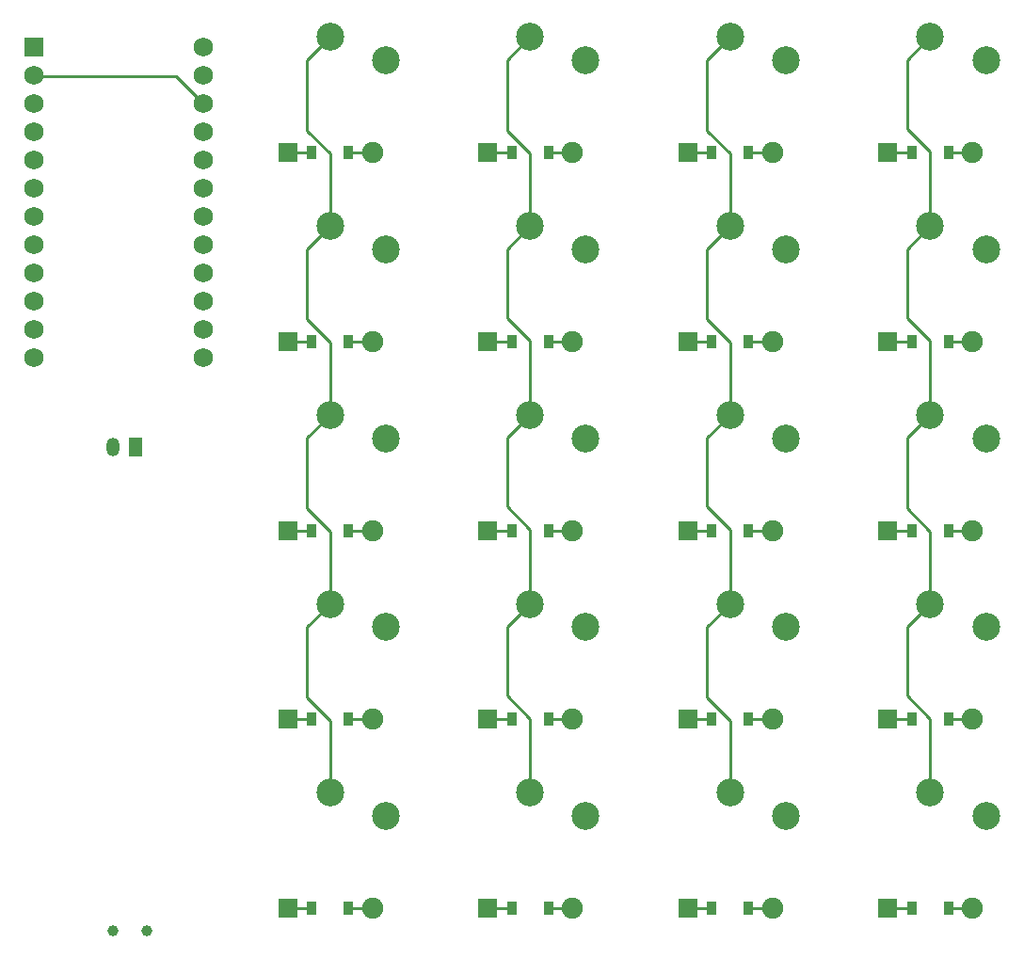
<source format=gbr>
%TF.GenerationSoftware,KiCad,Pcbnew,(6.0.4)*%
%TF.CreationDate,2022-07-18T01:28:08-04:00*%
%TF.ProjectId,lisa,6c697361-2e6b-4696-9361-645f70636258,v1.0.0*%
%TF.SameCoordinates,Original*%
%TF.FileFunction,Copper,L2,Bot*%
%TF.FilePolarity,Positive*%
%FSLAX46Y46*%
G04 Gerber Fmt 4.6, Leading zero omitted, Abs format (unit mm)*
G04 Created by KiCad (PCBNEW (6.0.4)) date 2022-07-18 01:28:08*
%MOMM*%
%LPD*%
G01*
G04 APERTURE LIST*
%TA.AperFunction,ComponentPad*%
%ADD10C,2.500000*%
%TD*%
%TA.AperFunction,SMDPad,CuDef*%
%ADD11R,0.900000X1.200000*%
%TD*%
%TA.AperFunction,ComponentPad*%
%ADD12C,1.905000*%
%TD*%
%TA.AperFunction,ComponentPad*%
%ADD13R,1.778000X1.778000*%
%TD*%
%TA.AperFunction,ComponentPad*%
%ADD14R,1.752600X1.752600*%
%TD*%
%TA.AperFunction,ComponentPad*%
%ADD15C,1.752600*%
%TD*%
%TA.AperFunction,WasherPad*%
%ADD16C,1.000000*%
%TD*%
%TA.AperFunction,ComponentPad*%
%ADD17R,1.200000X1.700000*%
%TD*%
%TA.AperFunction,ComponentPad*%
%ADD18O,1.200000X1.700000*%
%TD*%
%TA.AperFunction,Conductor*%
%ADD19C,0.250000*%
%TD*%
G04 APERTURE END LIST*
D10*
%TO.P,S1,1*%
%TO.N,one_first*%
X5000000Y3800000D03*
%TO.P,S1,2*%
%TO.N,E6*%
X0Y5900000D03*
%TD*%
D11*
%TO.P,D1,1*%
%TO.N,B4*%
X-1650000Y-4500000D03*
%TO.P,D1,2*%
%TO.N,one_first*%
X1650000Y-4500000D03*
D12*
%TO.P,D1,1*%
X3810000Y-4500000D03*
D13*
%TO.P,D1,2*%
%TO.N,B4*%
X-3810000Y-4500000D03*
%TD*%
D10*
%TO.P,S2,1*%
%TO.N,one_second*%
X5000000Y20800000D03*
%TO.P,S2,2*%
%TO.N,E6*%
X0Y22900000D03*
%TD*%
D11*
%TO.P,D2,1*%
%TO.N,D0*%
X-1650000Y12500000D03*
%TO.P,D2,2*%
%TO.N,one_second*%
X1650000Y12500000D03*
D12*
%TO.P,D2,1*%
X3810000Y12500000D03*
D13*
%TO.P,D2,2*%
%TO.N,D0*%
X-3810000Y12500000D03*
%TD*%
D10*
%TO.P,S3,1*%
%TO.N,one_third*%
X5000000Y37800000D03*
%TO.P,S3,2*%
%TO.N,E6*%
X0Y39900000D03*
%TD*%
D11*
%TO.P,D3,1*%
%TO.N,D1*%
X-1650000Y29500000D03*
%TO.P,D3,2*%
%TO.N,one_third*%
X1650000Y29500000D03*
D12*
%TO.P,D3,1*%
X3810000Y29500000D03*
D13*
%TO.P,D3,2*%
%TO.N,D1*%
X-3810000Y29500000D03*
%TD*%
D10*
%TO.P,S4,1*%
%TO.N,one_fourth*%
X5000000Y54800000D03*
%TO.P,S4,2*%
%TO.N,E6*%
X0Y56900000D03*
%TD*%
D11*
%TO.P,D4,1*%
%TO.N,D2*%
X-1650000Y46500000D03*
%TO.P,D4,2*%
%TO.N,one_fourth*%
X1650000Y46500000D03*
D12*
%TO.P,D4,1*%
X3810000Y46500000D03*
D13*
%TO.P,D4,2*%
%TO.N,D2*%
X-3810000Y46500000D03*
%TD*%
D10*
%TO.P,S5,1*%
%TO.N,one_fifth*%
X5000000Y71800000D03*
%TO.P,S5,2*%
%TO.N,E6*%
X0Y73900000D03*
%TD*%
D11*
%TO.P,D5,1*%
%TO.N,D3*%
X-1650000Y63500000D03*
%TO.P,D5,2*%
%TO.N,one_fifth*%
X1650000Y63500000D03*
D12*
%TO.P,D5,1*%
X3810000Y63500000D03*
D13*
%TO.P,D5,2*%
%TO.N,D3*%
X-3810000Y63500000D03*
%TD*%
D10*
%TO.P,S6,1*%
%TO.N,two_first*%
X23000000Y3800000D03*
%TO.P,S6,2*%
%TO.N,D7*%
X18000000Y5900000D03*
%TD*%
D11*
%TO.P,D6,1*%
%TO.N,B4*%
X16350000Y-4500000D03*
%TO.P,D6,2*%
%TO.N,two_first*%
X19650000Y-4500000D03*
D12*
%TO.P,D6,1*%
X21810000Y-4500000D03*
D13*
%TO.P,D6,2*%
%TO.N,B4*%
X14190000Y-4500000D03*
%TD*%
D10*
%TO.P,S7,1*%
%TO.N,two_second*%
X23000000Y20800000D03*
%TO.P,S7,2*%
%TO.N,D7*%
X18000000Y22900000D03*
%TD*%
D11*
%TO.P,D7,1*%
%TO.N,D0*%
X16350000Y12500000D03*
%TO.P,D7,2*%
%TO.N,two_second*%
X19650000Y12500000D03*
D12*
%TO.P,D7,1*%
X21810000Y12500000D03*
D13*
%TO.P,D7,2*%
%TO.N,D0*%
X14190000Y12500000D03*
%TD*%
D10*
%TO.P,S8,1*%
%TO.N,two_third*%
X23000000Y37800000D03*
%TO.P,S8,2*%
%TO.N,D7*%
X18000000Y39900000D03*
%TD*%
D11*
%TO.P,D8,1*%
%TO.N,D1*%
X16350000Y29500000D03*
%TO.P,D8,2*%
%TO.N,two_third*%
X19650000Y29500000D03*
D12*
%TO.P,D8,1*%
X21810000Y29500000D03*
D13*
%TO.P,D8,2*%
%TO.N,D1*%
X14190000Y29500000D03*
%TD*%
D10*
%TO.P,S9,1*%
%TO.N,two_fourth*%
X23000000Y54800000D03*
%TO.P,S9,2*%
%TO.N,D7*%
X18000000Y56900000D03*
%TD*%
D11*
%TO.P,D9,1*%
%TO.N,D2*%
X16350000Y46500000D03*
%TO.P,D9,2*%
%TO.N,two_fourth*%
X19650000Y46500000D03*
D12*
%TO.P,D9,1*%
X21810000Y46500000D03*
D13*
%TO.P,D9,2*%
%TO.N,D2*%
X14190000Y46500000D03*
%TD*%
D10*
%TO.P,S10,1*%
%TO.N,two_fifth*%
X23000000Y71800000D03*
%TO.P,S10,2*%
%TO.N,D7*%
X18000000Y73900000D03*
%TD*%
D11*
%TO.P,D10,1*%
%TO.N,D3*%
X16350000Y63500000D03*
%TO.P,D10,2*%
%TO.N,two_fifth*%
X19650000Y63500000D03*
D12*
%TO.P,D10,1*%
X21810000Y63500000D03*
D13*
%TO.P,D10,2*%
%TO.N,D3*%
X14190000Y63500000D03*
%TD*%
D10*
%TO.P,S11,1*%
%TO.N,three_first*%
X41000000Y3800000D03*
%TO.P,S11,2*%
%TO.N,C6*%
X36000000Y5900000D03*
%TD*%
D11*
%TO.P,D11,1*%
%TO.N,B4*%
X34350000Y-4500000D03*
%TO.P,D11,2*%
%TO.N,three_first*%
X37650000Y-4500000D03*
D12*
%TO.P,D11,1*%
X39810000Y-4500000D03*
D13*
%TO.P,D11,2*%
%TO.N,B4*%
X32190000Y-4500000D03*
%TD*%
D10*
%TO.P,S12,1*%
%TO.N,three_second*%
X41000000Y20800000D03*
%TO.P,S12,2*%
%TO.N,C6*%
X36000000Y22900000D03*
%TD*%
D11*
%TO.P,D12,1*%
%TO.N,D0*%
X34350000Y12500000D03*
%TO.P,D12,2*%
%TO.N,three_second*%
X37650000Y12500000D03*
D12*
%TO.P,D12,1*%
X39810000Y12500000D03*
D13*
%TO.P,D12,2*%
%TO.N,D0*%
X32190000Y12500000D03*
%TD*%
D10*
%TO.P,S13,1*%
%TO.N,three_third*%
X41000000Y37800000D03*
%TO.P,S13,2*%
%TO.N,C6*%
X36000000Y39900000D03*
%TD*%
D11*
%TO.P,D13,1*%
%TO.N,D1*%
X34350000Y29500000D03*
%TO.P,D13,2*%
%TO.N,three_third*%
X37650000Y29500000D03*
D12*
%TO.P,D13,1*%
X39810000Y29500000D03*
D13*
%TO.P,D13,2*%
%TO.N,D1*%
X32190000Y29500000D03*
%TD*%
D10*
%TO.P,S14,1*%
%TO.N,three_fourth*%
X41000000Y54800000D03*
%TO.P,S14,2*%
%TO.N,C6*%
X36000000Y56900000D03*
%TD*%
D11*
%TO.P,D14,1*%
%TO.N,D2*%
X34350000Y46500000D03*
%TO.P,D14,2*%
%TO.N,three_fourth*%
X37650000Y46500000D03*
D12*
%TO.P,D14,1*%
X39810000Y46500000D03*
D13*
%TO.P,D14,2*%
%TO.N,D2*%
X32190000Y46500000D03*
%TD*%
D10*
%TO.P,S15,1*%
%TO.N,three_fifth*%
X41000000Y71800000D03*
%TO.P,S15,2*%
%TO.N,C6*%
X36000000Y73900000D03*
%TD*%
D11*
%TO.P,D15,1*%
%TO.N,D3*%
X34350000Y63500000D03*
%TO.P,D15,2*%
%TO.N,three_fifth*%
X37650000Y63500000D03*
D12*
%TO.P,D15,1*%
X39810000Y63500000D03*
D13*
%TO.P,D15,2*%
%TO.N,D3*%
X32190000Y63500000D03*
%TD*%
D10*
%TO.P,S16,1*%
%TO.N,four_first*%
X59000000Y3800000D03*
%TO.P,S16,2*%
%TO.N,D4*%
X54000000Y5900000D03*
%TD*%
D11*
%TO.P,D16,1*%
%TO.N,B4*%
X52350000Y-4500000D03*
%TO.P,D16,2*%
%TO.N,four_first*%
X55650000Y-4500000D03*
D12*
%TO.P,D16,1*%
X57810000Y-4500000D03*
D13*
%TO.P,D16,2*%
%TO.N,B4*%
X50190000Y-4500000D03*
%TD*%
D10*
%TO.P,S17,1*%
%TO.N,four_second*%
X59000000Y20800000D03*
%TO.P,S17,2*%
%TO.N,D4*%
X54000000Y22900000D03*
%TD*%
D11*
%TO.P,D17,1*%
%TO.N,D0*%
X52350000Y12500000D03*
%TO.P,D17,2*%
%TO.N,four_second*%
X55650000Y12500000D03*
D12*
%TO.P,D17,1*%
X57810000Y12500000D03*
D13*
%TO.P,D17,2*%
%TO.N,D0*%
X50190000Y12500000D03*
%TD*%
D10*
%TO.P,S18,1*%
%TO.N,four_third*%
X59000000Y37800000D03*
%TO.P,S18,2*%
%TO.N,D4*%
X54000000Y39900000D03*
%TD*%
D11*
%TO.P,D18,1*%
%TO.N,D1*%
X52350000Y29500000D03*
%TO.P,D18,2*%
%TO.N,four_third*%
X55650000Y29500000D03*
D12*
%TO.P,D18,1*%
X57810000Y29500000D03*
D13*
%TO.P,D18,2*%
%TO.N,D1*%
X50190000Y29500000D03*
%TD*%
D10*
%TO.P,S19,1*%
%TO.N,four_fourth*%
X59000000Y54800000D03*
%TO.P,S19,2*%
%TO.N,D4*%
X54000000Y56900000D03*
%TD*%
D11*
%TO.P,D19,1*%
%TO.N,D2*%
X52350000Y46500000D03*
%TO.P,D19,2*%
%TO.N,four_fourth*%
X55650000Y46500000D03*
D12*
%TO.P,D19,1*%
X57810000Y46500000D03*
D13*
%TO.P,D19,2*%
%TO.N,D2*%
X50190000Y46500000D03*
%TD*%
D10*
%TO.P,S20,1*%
%TO.N,four_fifth*%
X59000000Y71800000D03*
%TO.P,S20,2*%
%TO.N,D4*%
X54000000Y73900000D03*
%TD*%
D11*
%TO.P,D20,1*%
%TO.N,D3*%
X52350000Y63500000D03*
%TO.P,D20,2*%
%TO.N,four_fifth*%
X55650000Y63500000D03*
D12*
%TO.P,D20,1*%
X57810000Y63500000D03*
D13*
%TO.P,D20,2*%
%TO.N,D3*%
X50190000Y63500000D03*
%TD*%
D14*
%TO.P,MCU1,1*%
%TO.N,RAW*%
X-26620000Y72970000D03*
D15*
%TO.P,MCU1,2*%
%TO.N,GND*%
X-26620000Y70430000D03*
%TO.P,MCU1,3*%
%TO.N,RST*%
X-26620000Y67890000D03*
%TO.P,MCU1,4*%
%TO.N,VCC*%
X-26620000Y65350000D03*
%TO.P,MCU1,5*%
%TO.N,F4*%
X-26620000Y62810000D03*
%TO.P,MCU1,6*%
%TO.N,F5*%
X-26620000Y60270000D03*
%TO.P,MCU1,7*%
%TO.N,F6*%
X-26620000Y57730000D03*
%TO.P,MCU1,8*%
%TO.N,F7*%
X-26620000Y55190000D03*
%TO.P,MCU1,9*%
%TO.N,B1*%
X-26620000Y52650000D03*
%TO.P,MCU1,10*%
%TO.N,B3*%
X-26620000Y50110000D03*
%TO.P,MCU1,11*%
%TO.N,B2*%
X-26620000Y47570000D03*
%TO.P,MCU1,12*%
%TO.N,B6*%
X-26620000Y45030000D03*
%TO.P,MCU1,13*%
%TO.N,D3*%
X-11380000Y72970000D03*
%TO.P,MCU1,14*%
%TO.N,D2*%
X-11380000Y70430000D03*
%TO.P,MCU1,15*%
%TO.N,GND*%
X-11380000Y67890000D03*
%TO.P,MCU1,16*%
X-11380000Y65350000D03*
%TO.P,MCU1,17*%
%TO.N,D1*%
X-11380000Y62810000D03*
%TO.P,MCU1,18*%
%TO.N,D0*%
X-11380000Y60270000D03*
%TO.P,MCU1,19*%
%TO.N,D4*%
X-11380000Y57730000D03*
%TO.P,MCU1,20*%
%TO.N,C6*%
X-11380000Y55190000D03*
%TO.P,MCU1,21*%
%TO.N,D7*%
X-11380000Y52650000D03*
%TO.P,MCU1,22*%
%TO.N,E6*%
X-11380000Y50110000D03*
%TO.P,MCU1,23*%
%TO.N,B4*%
X-11380000Y47570000D03*
%TO.P,MCU1,24*%
%TO.N,B5*%
X-11380000Y45030000D03*
%TD*%
D16*
%TO.P,T1,*%
%TO.N,*%
X-19500000Y-6500000D03*
X-16500000Y-6500000D03*
%TD*%
D17*
%TO.P,JST1,1*%
%TO.N,BAT*%
X-17500000Y37000000D03*
D18*
%TO.P,JST1,2*%
%TO.N,GND*%
X-19500000Y37000000D03*
%TD*%
D19*
%TO.N,GND*%
X-26590000Y70400000D02*
X-26620000Y70430000D01*
X-13890000Y70400000D02*
X-26590000Y70400000D01*
X-11380000Y67890000D02*
X-13890000Y70400000D01*
%TO.N,three_first*%
X39810000Y-4500000D02*
X37650000Y-4500000D01*
%TO.N,D4*%
X54000000Y63549022D02*
X54000000Y56900000D01*
X51910979Y71810979D02*
X51910979Y65638043D01*
X51910979Y65638043D02*
X54000000Y63549022D01*
X54000000Y73900000D02*
X51910979Y71810979D01*
%TO.N,C6*%
X36000000Y63400000D02*
X36000000Y56900000D01*
X33910979Y65489021D02*
X36000000Y63400000D01*
X33910979Y71810979D02*
X33910979Y65489021D01*
X36000000Y73900000D02*
X33910979Y71810979D01*
%TO.N,D7*%
X15910979Y65489021D02*
X18000000Y63400000D01*
X18000000Y63400000D02*
X18000000Y56900000D01*
X18000000Y73900000D02*
X15910979Y71810979D01*
X15910979Y71810979D02*
X15910979Y65489021D01*
%TO.N,E6*%
X0Y63400000D02*
X0Y56900000D01*
X-2089021Y65489021D02*
X0Y63400000D01*
X-2089021Y71810979D02*
X-2089021Y65489021D01*
X0Y73900000D02*
X-2089021Y71810979D01*
X0Y46400000D02*
X0Y39900000D01*
X-2089021Y48489021D02*
X0Y46400000D01*
X0Y56900000D02*
X-2089021Y54810979D01*
X-2089021Y54810979D02*
X-2089021Y48489021D01*
%TO.N,D7*%
X15910979Y54810979D02*
X15910979Y48638043D01*
X18000000Y46549022D02*
X18000000Y39900000D01*
X18000000Y56900000D02*
X15910979Y54810979D01*
X15910979Y48638043D02*
X18000000Y46549022D01*
%TO.N,C6*%
X36000000Y46400000D02*
X36000000Y39900000D01*
X33910979Y48489021D02*
X36000000Y46400000D01*
X33910979Y54810979D02*
X33910979Y48489021D01*
X36000000Y56900000D02*
X33910979Y54810979D01*
%TO.N,D4*%
X54000000Y46549022D02*
X54000000Y39900000D01*
X51910979Y54810979D02*
X51910979Y48638043D01*
X54000000Y56900000D02*
X51910979Y54810979D01*
X51910979Y48638043D02*
X54000000Y46549022D01*
X51910979Y31489021D02*
X54000000Y29400000D01*
X54000000Y29400000D02*
X54000000Y22900000D01*
X51910979Y37810979D02*
X51910979Y31489021D01*
X54000000Y39900000D02*
X51910979Y37810979D01*
%TO.N,C6*%
X36000000Y29549022D02*
X36000000Y22900000D01*
X33910979Y31638043D02*
X36000000Y29549022D01*
X33910979Y37810979D02*
X33910979Y31638043D01*
X36000000Y39900000D02*
X33910979Y37810979D01*
%TO.N,D7*%
X18000000Y29549022D02*
X18000000Y22900000D01*
X15910979Y37810979D02*
X15910979Y31638043D01*
X15910979Y31638043D02*
X18000000Y29549022D01*
X18000000Y39900000D02*
X15910979Y37810979D01*
%TO.N,E6*%
X0Y29400000D02*
X0Y22900000D01*
X-2089021Y31489021D02*
X0Y29400000D01*
X-2089021Y37810979D02*
X-2089021Y31489021D01*
X0Y39900000D02*
X-2089021Y37810979D01*
X-2089021Y14489021D02*
X0Y12400000D01*
X0Y12400000D02*
X0Y5900000D01*
X-2089021Y20810979D02*
X-2089021Y14489021D01*
X0Y22900000D02*
X-2089021Y20810979D01*
%TO.N,D7*%
X18000000Y12549022D02*
X18000000Y5900000D01*
X18000000Y22900000D02*
X15910979Y20810979D01*
X15910979Y20810979D02*
X15910979Y14638043D01*
X15910979Y14638043D02*
X18000000Y12549022D01*
%TO.N,C6*%
X33910979Y14489021D02*
X36000000Y12400000D01*
X33910979Y20810979D02*
X33910979Y14489021D01*
X36000000Y12400000D02*
X36000000Y5900000D01*
X36000000Y22900000D02*
X33910979Y20810979D01*
%TO.N,D4*%
X54000000Y12549022D02*
X54000000Y5900000D01*
X51910979Y14638043D02*
X54000000Y12549022D01*
X54000000Y22900000D02*
X51910979Y20810979D01*
X51910979Y20810979D02*
X51910979Y14638043D01*
%TO.N,four_first*%
X55650000Y-4500000D02*
X57810000Y-4500000D01*
%TO.N,B4*%
X50190000Y-4500000D02*
X52350000Y-4500000D01*
X32190000Y-4500000D02*
X34350000Y-4500000D01*
%TO.N,two_first*%
X19650000Y-4500000D02*
X21810000Y-4500000D01*
%TO.N,B4*%
X14190000Y-4500000D02*
X16350000Y-4500000D01*
%TO.N,one_first*%
X1650000Y-4500000D02*
X3810000Y-4500000D01*
%TO.N,B4*%
X-3810000Y-4500000D02*
X-1650000Y-4500000D01*
%TO.N,D0*%
X-1650000Y12500000D02*
X-3810000Y12500000D01*
%TO.N,one_second*%
X3810000Y12500000D02*
X1650000Y12500000D01*
%TO.N,D0*%
X16350000Y12500000D02*
X14190000Y12500000D01*
%TO.N,two_second*%
X21810000Y12500000D02*
X19650000Y12500000D01*
%TO.N,D0*%
X34350000Y12500000D02*
X32190000Y12500000D01*
%TO.N,three_second*%
X39810000Y12500000D02*
X37650000Y12500000D01*
%TO.N,D0*%
X52350000Y12500000D02*
X50190000Y12500000D01*
%TO.N,four_second*%
X57810000Y12500000D02*
X55650000Y12500000D01*
%TO.N,four_third*%
X55650000Y29500000D02*
X57810000Y29500000D01*
%TO.N,D1*%
X50190000Y29500000D02*
X52350000Y29500000D01*
%TO.N,three_third*%
X37650000Y29500000D02*
X39810000Y29500000D01*
%TO.N,D1*%
X32190000Y29500000D02*
X34350000Y29500000D01*
%TO.N,two_third*%
X19650000Y29500000D02*
X21810000Y29500000D01*
%TO.N,D1*%
X14190000Y29500000D02*
X16350000Y29500000D01*
%TO.N,one_third*%
X1650000Y29500000D02*
X3810000Y29500000D01*
%TO.N,D1*%
X-3810000Y29500000D02*
X-1650000Y29500000D01*
%TO.N,D2*%
X-1650000Y46500000D02*
X-3810000Y46500000D01*
%TO.N,one_fourth*%
X3810000Y46500000D02*
X1650000Y46500000D01*
%TO.N,D2*%
X16350000Y46500000D02*
X14190000Y46500000D01*
%TO.N,two_fourth*%
X21810000Y46500000D02*
X19650000Y46500000D01*
%TO.N,D2*%
X34350000Y46500000D02*
X32190000Y46500000D01*
%TO.N,three_fourth*%
X39810000Y46500000D02*
X37650000Y46500000D01*
%TO.N,D2*%
X52350000Y46500000D02*
X50190000Y46500000D01*
%TO.N,four_fourth*%
X57810000Y46500000D02*
X55650000Y46500000D01*
%TO.N,four_fifth*%
X55650000Y63500000D02*
X57810000Y63500000D01*
%TO.N,D3*%
X50190000Y63500000D02*
X52350000Y63500000D01*
%TO.N,three_fifth*%
X37650000Y63500000D02*
X39810000Y63500000D01*
%TO.N,D3*%
X32190000Y63500000D02*
X34350000Y63500000D01*
%TO.N,two_fifth*%
X19650000Y63500000D02*
X21810000Y63500000D01*
%TO.N,D3*%
X14190000Y63500000D02*
X16350000Y63500000D01*
%TO.N,one_fifth*%
X1650000Y63500000D02*
X3810000Y63500000D01*
%TO.N,D3*%
X-3810000Y63500000D02*
X-1650000Y63500000D01*
%TD*%
M02*

</source>
